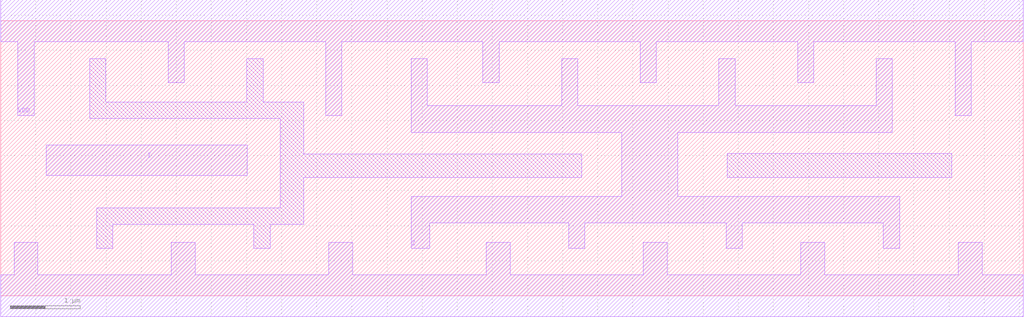
<source format=lef>
# Copyright 2022 GlobalFoundries PDK Authors
#
# Licensed under the Apache License, Version 2.0 (the "License");
# you may not use this file except in compliance with the License.
# You may obtain a copy of the License at
#
#      http://www.apache.org/licenses/LICENSE-2.0
#
# Unless required by applicable law or agreed to in writing, software
# distributed under the License is distributed on an "AS IS" BASIS,
# WITHOUT WARRANTIES OR CONDITIONS OF ANY KIND, either express or implied.
# See the License for the specific language governing permissions and
# limitations under the License.

MACRO gf180mcu_fd_sc_mcu7t5v0__buf_8
  CLASS core ;
  FOREIGN gf180mcu_fd_sc_mcu7t5v0__buf_8 0.0 0.0 ;
  ORIGIN 0 0 ;
  SYMMETRY X Y ;
  SITE GF018hv5v_mcu_sc7 ;
  SIZE 14.56 BY 3.92 ;
  PIN I
    DIRECTION INPUT ;
    ANTENNAGATEAREA 4.408 ;
    PORT
      LAYER METAL1 ;
        POLYGON 0.65 1.715 3.51 1.715 3.51 2.15 0.65 2.15  ;
    END
  END I
  PIN Z
    DIRECTION OUTPUT ;
    ANTENNADIFFAREA 4.7312 ;
    PORT
      LAYER METAL1 ;
        POLYGON 5.845 2.33 8.27 2.33 8.84 2.33 8.84 1.42 5.845 1.42 5.845 0.675 6.105 0.675 6.105 1.04 8.085 1.04 8.085 0.675 8.315 0.675 8.315 1.04 10.325 1.04 10.325 0.675 10.555 0.675 10.555 1.04 12.565 1.04 12.565 0.675 12.795 0.675 12.795 1.42 9.64 1.42 9.64 2.33 12.695 2.33 12.695 3.38 12.465 3.38 12.465 2.71 10.455 2.71 10.455 3.38 10.225 3.38 10.225 2.71 8.27 2.71 8.215 2.71 8.215 3.38 7.985 3.38 7.985 2.71 6.075 2.71 6.075 3.38 5.845 3.38  ;
    END
  END Z
  PIN VDD
    DIRECTION INOUT ;
    USE power ;
    SHAPE ABUTMENT ;
    PORT
      LAYER METAL1 ;
        POLYGON 0 3.62 0.245 3.62 0.245 2.57 0.475 2.57 0.475 3.62 2.385 3.62 2.385 3.04 2.615 3.04 2.615 3.62 4.625 3.62 4.625 2.57 4.855 2.57 4.855 3.62 6.865 3.62 6.865 3.04 7.095 3.04 7.095 3.62 8.27 3.62 9.105 3.62 9.105 3.04 9.335 3.04 9.335 3.62 11.345 3.62 11.345 3.04 11.575 3.04 11.575 3.62 13.54 3.62 13.585 3.62 13.585 2.57 13.815 2.57 13.815 3.62 14.56 3.62 14.56 4.22 13.54 4.22 8.27 4.22 0 4.22  ;
    END
  END VDD
  PIN VSS
    DIRECTION INOUT ;
    USE ground ;
    SHAPE ABUTMENT ;
    PORT
      LAYER METAL1 ;
        POLYGON 0 -0.3 14.56 -0.3 14.56 0.3 13.97 0.3 13.97 0.765 13.63 0.765 13.63 0.3 11.73 0.3 11.73 0.765 11.39 0.765 11.39 0.3 9.49 0.3 9.49 0.765 9.15 0.765 9.15 0.3 7.25 0.3 7.25 0.765 6.91 0.765 6.91 0.3 5.01 0.3 5.01 0.765 4.67 0.765 4.67 0.3 2.77 0.3 2.77 0.765 2.43 0.765 2.43 0.3 0.53 0.3 0.53 0.765 0.19 0.765 0.19 0.3 0 0.3  ;
    END
  END VSS
  OBS
      LAYER METAL1 ;
        POLYGON 1.265 2.53 3.98 2.53 3.98 1.25 1.365 1.25 1.365 0.675 1.595 0.675 1.595 1.015 3.605 1.015 3.605 0.675 3.835 0.675 3.835 1.015 4.315 1.015 4.315 1.685 8.27 1.685 8.27 2.025 4.315 2.025 4.315 2.76 3.735 2.76 3.735 3.38 3.505 3.38 3.505 2.76 1.495 2.76 1.495 3.38 1.265 3.38  ;
        POLYGON 10.34 1.685 13.54 1.685 13.54 2.03 10.34 2.03  ;
  END
END gf180mcu_fd_sc_mcu7t5v0__buf_8

</source>
